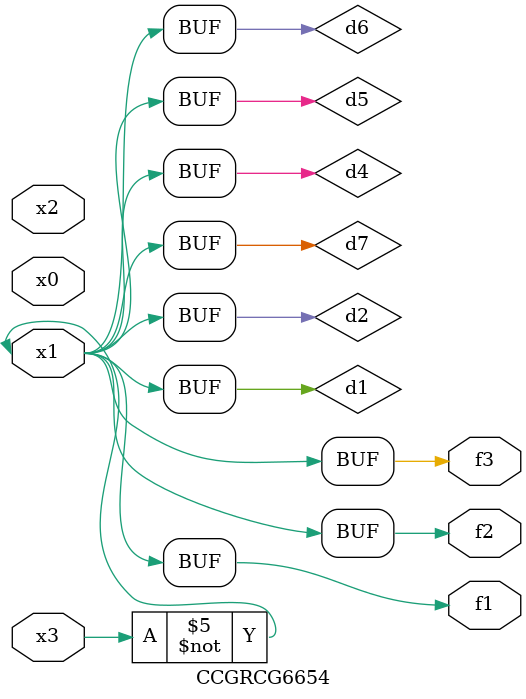
<source format=v>
module CCGRCG6654(
	input x0, x1, x2, x3,
	output f1, f2, f3
);

	wire d1, d2, d3, d4, d5, d6, d7;

	not (d1, x3);
	buf (d2, x1);
	xnor (d3, d1, d2);
	nor (d4, d1);
	buf (d5, d1, d2);
	buf (d6, d4, d5);
	nand (d7, d4);
	assign f1 = d6;
	assign f2 = d7;
	assign f3 = d6;
endmodule

</source>
